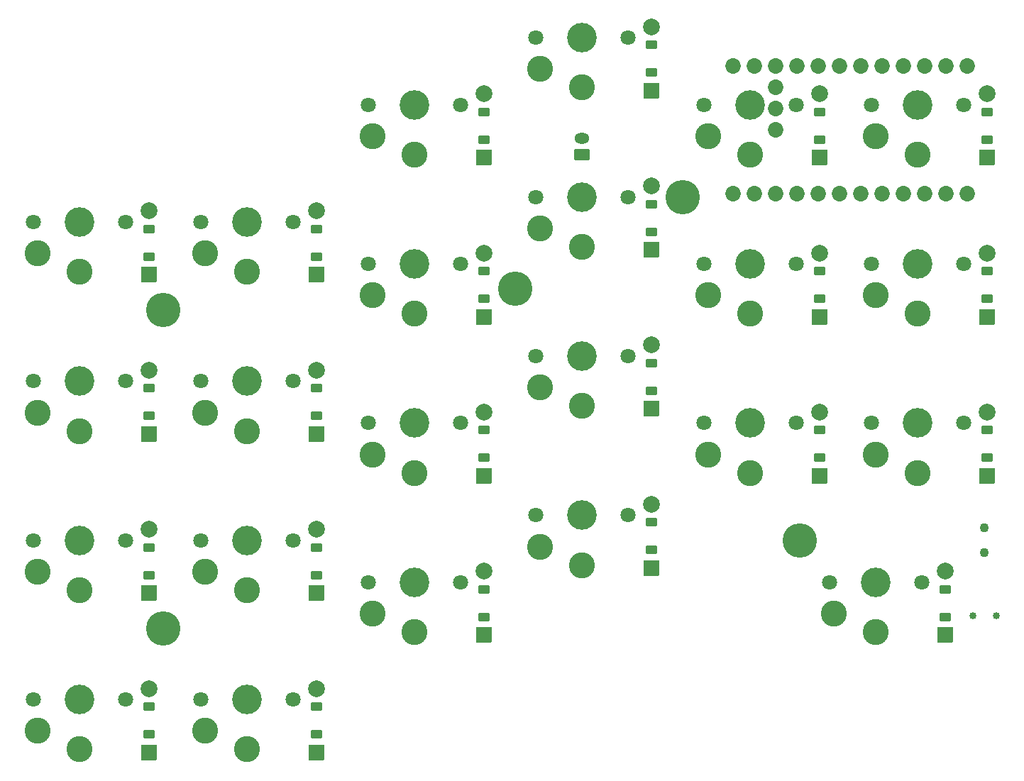
<source format=gbr>
%TF.GenerationSoftware,KiCad,Pcbnew,8.0.7*%
%TF.CreationDate,2025-01-04T23:43:43-07:00*%
%TF.ProjectId,left,6c656674-2e6b-4696-9361-645f70636258,v1.0.0*%
%TF.SameCoordinates,Original*%
%TF.FileFunction,Soldermask,Top*%
%TF.FilePolarity,Negative*%
%FSLAX46Y46*%
G04 Gerber Fmt 4.6, Leading zero omitted, Abs format (unit mm)*
G04 Created by KiCad (PCBNEW 8.0.7) date 2025-01-04 23:43:43*
%MOMM*%
%LPD*%
G01*
G04 APERTURE LIST*
G04 Aperture macros list*
%AMRoundRect*
0 Rectangle with rounded corners*
0 $1 Rounding radius*
0 $2 $3 $4 $5 $6 $7 $8 $9 X,Y pos of 4 corners*
0 Add a 4 corners polygon primitive as box body*
4,1,4,$2,$3,$4,$5,$6,$7,$8,$9,$2,$3,0*
0 Add four circle primitives for the rounded corners*
1,1,$1+$1,$2,$3*
1,1,$1+$1,$4,$5*
1,1,$1+$1,$6,$7*
1,1,$1+$1,$8,$9*
0 Add four rect primitives between the rounded corners*
20,1,$1+$1,$2,$3,$4,$5,0*
20,1,$1+$1,$4,$5,$6,$7,0*
20,1,$1+$1,$6,$7,$8,$9,0*
20,1,$1+$1,$8,$9,$2,$3,0*%
G04 Aperture macros list end*
%ADD10C,3.529000*%
%ADD11C,1.801800*%
%ADD12C,3.100000*%
%ADD13RoundRect,0.050000X0.600000X-0.450000X0.600000X0.450000X-0.600000X0.450000X-0.600000X-0.450000X0*%
%ADD14RoundRect,0.050000X0.889000X-0.889000X0.889000X0.889000X-0.889000X0.889000X-0.889000X-0.889000X0*%
%ADD15C,2.005000*%
%ADD16C,1.852600*%
%ADD17C,1.100000*%
%ADD18C,0.850000*%
%ADD19RoundRect,0.050000X0.850000X-0.600000X0.850000X0.600000X-0.850000X0.600000X-0.850000X-0.600000X0*%
%ADD20O,1.800000X1.300000*%
%ADD21C,4.100000*%
G04 APERTURE END LIST*
D10*
%TO.C,S1*%
X100000000Y-150000000D03*
D11*
X94500000Y-150000000D03*
X105500000Y-150000000D03*
D12*
X95000000Y-153750000D03*
X100000000Y-155950000D03*
%TD*%
D10*
%TO.C,S2*%
X100000000Y-131000000D03*
D11*
X94500000Y-131000000D03*
X105500000Y-131000000D03*
D12*
X95000000Y-134750000D03*
X100000000Y-136950000D03*
%TD*%
D10*
%TO.C,S3*%
X100000000Y-112000000D03*
D11*
X94500000Y-112000000D03*
X105500000Y-112000000D03*
D12*
X95000000Y-115750000D03*
X100000000Y-117950000D03*
%TD*%
D10*
%TO.C,S4*%
X100000000Y-93000000D03*
D11*
X94500000Y-93000000D03*
X105500000Y-93000000D03*
D12*
X95000000Y-96750000D03*
X100000000Y-98950000D03*
%TD*%
D10*
%TO.C,S5*%
X120000000Y-150000000D03*
D11*
X114500000Y-150000000D03*
X125500000Y-150000000D03*
D12*
X115000000Y-153750000D03*
X120000000Y-155950000D03*
%TD*%
D10*
%TO.C,S6*%
X120000000Y-131000000D03*
D11*
X114500000Y-131000000D03*
X125500000Y-131000000D03*
D12*
X115000000Y-134750000D03*
X120000000Y-136950000D03*
%TD*%
D10*
%TO.C,S7*%
X120000000Y-112000000D03*
D11*
X114500000Y-112000000D03*
X125500000Y-112000000D03*
D12*
X115000000Y-115750000D03*
X120000000Y-117950000D03*
%TD*%
D10*
%TO.C,S8*%
X120000000Y-93000000D03*
D11*
X114500000Y-93000000D03*
X125500000Y-93000000D03*
D12*
X115000000Y-96750000D03*
X120000000Y-98950000D03*
%TD*%
D10*
%TO.C,S9*%
X140000000Y-136000000D03*
D11*
X134500000Y-136000000D03*
X145500000Y-136000000D03*
D12*
X135000000Y-139750000D03*
X140000000Y-141950000D03*
%TD*%
D10*
%TO.C,S10*%
X140000000Y-117000000D03*
D11*
X134500000Y-117000000D03*
X145500000Y-117000000D03*
D12*
X135000000Y-120750000D03*
X140000000Y-122950000D03*
%TD*%
D10*
%TO.C,S11*%
X140000000Y-98000000D03*
D11*
X134500000Y-98000000D03*
X145500000Y-98000000D03*
D12*
X135000000Y-101750000D03*
X140000000Y-103950000D03*
%TD*%
D10*
%TO.C,S12*%
X140000000Y-79000000D03*
D11*
X134500000Y-79000000D03*
X145500000Y-79000000D03*
D12*
X135000000Y-82750000D03*
X140000000Y-84950000D03*
%TD*%
D10*
%TO.C,S13*%
X160000000Y-128000000D03*
D11*
X154500000Y-128000000D03*
X165500000Y-128000000D03*
D12*
X155000000Y-131750000D03*
X160000000Y-133950000D03*
%TD*%
D10*
%TO.C,S14*%
X160000000Y-109000000D03*
D11*
X154500000Y-109000000D03*
X165500000Y-109000000D03*
D12*
X155000000Y-112750000D03*
X160000000Y-114950000D03*
%TD*%
D10*
%TO.C,S15*%
X160000000Y-90000000D03*
D11*
X154500000Y-90000000D03*
X165500000Y-90000000D03*
D12*
X155000000Y-93750000D03*
X160000000Y-95950000D03*
%TD*%
D10*
%TO.C,S16*%
X160000000Y-71000000D03*
D11*
X154500000Y-71000000D03*
X165500000Y-71000000D03*
D12*
X155000000Y-74750000D03*
X160000000Y-76950000D03*
%TD*%
D10*
%TO.C,S17*%
X180000000Y-117000000D03*
D11*
X174500000Y-117000000D03*
X185500000Y-117000000D03*
D12*
X175000000Y-120750000D03*
X180000000Y-122950000D03*
%TD*%
D10*
%TO.C,S18*%
X180000000Y-98000000D03*
D11*
X174500000Y-98000000D03*
X185500000Y-98000000D03*
D12*
X175000000Y-101750000D03*
X180000000Y-103950000D03*
%TD*%
D10*
%TO.C,S19*%
X180000000Y-79000000D03*
D11*
X174500000Y-79000000D03*
X185500000Y-79000000D03*
D12*
X175000000Y-82750000D03*
X180000000Y-84950000D03*
%TD*%
D10*
%TO.C,S20*%
X200000000Y-117000000D03*
D11*
X194500000Y-117000000D03*
X205500000Y-117000000D03*
D12*
X195000000Y-120750000D03*
X200000000Y-122950000D03*
%TD*%
D10*
%TO.C,S21*%
X200000000Y-98000000D03*
D11*
X194500000Y-98000000D03*
X205500000Y-98000000D03*
D12*
X195000000Y-101750000D03*
X200000000Y-103950000D03*
%TD*%
D10*
%TO.C,S22*%
X200000000Y-79000000D03*
D11*
X194500000Y-79000000D03*
X205500000Y-79000000D03*
D12*
X195000000Y-82750000D03*
X200000000Y-84950000D03*
%TD*%
D10*
%TO.C,S23*%
X195000000Y-136000000D03*
D11*
X189500000Y-136000000D03*
X200500000Y-136000000D03*
D12*
X190000000Y-139750000D03*
X195000000Y-141950000D03*
%TD*%
D13*
%TO.C,D1*%
X108300000Y-154150000D03*
X108300000Y-150850000D03*
D14*
X108300000Y-156310000D03*
D15*
X108300000Y-148690000D03*
%TD*%
D13*
%TO.C,D2*%
X108300000Y-135150000D03*
X108300000Y-131850000D03*
D14*
X108300000Y-137310000D03*
D15*
X108300000Y-129690000D03*
%TD*%
D13*
%TO.C,D3*%
X108300000Y-116150000D03*
X108300000Y-112850000D03*
D14*
X108300000Y-118310000D03*
D15*
X108300000Y-110690000D03*
%TD*%
D13*
%TO.C,D4*%
X108300000Y-97150000D03*
X108300000Y-93850000D03*
D14*
X108300000Y-99310000D03*
D15*
X108300000Y-91690000D03*
%TD*%
D13*
%TO.C,D5*%
X128300000Y-154150000D03*
X128300000Y-150850000D03*
D14*
X128300000Y-156310000D03*
D15*
X128300000Y-148690000D03*
%TD*%
D13*
%TO.C,D6*%
X128300000Y-135150000D03*
X128300000Y-131850000D03*
D14*
X128300000Y-137310000D03*
D15*
X128300000Y-129690000D03*
%TD*%
D13*
%TO.C,D7*%
X128300000Y-116150000D03*
X128300000Y-112850000D03*
D14*
X128300000Y-118310000D03*
D15*
X128300000Y-110690000D03*
%TD*%
D13*
%TO.C,D8*%
X128300000Y-97150000D03*
X128300000Y-93850000D03*
D14*
X128300000Y-99310000D03*
D15*
X128300000Y-91690000D03*
%TD*%
D13*
%TO.C,D9*%
X148300000Y-140150000D03*
X148300000Y-136850000D03*
D14*
X148300000Y-142310000D03*
D15*
X148300000Y-134690000D03*
%TD*%
D13*
%TO.C,D10*%
X148300000Y-121150000D03*
X148300000Y-117850000D03*
D14*
X148300000Y-123310000D03*
D15*
X148300000Y-115690000D03*
%TD*%
D13*
%TO.C,D11*%
X148300000Y-102150000D03*
X148300000Y-98850000D03*
D14*
X148300000Y-104310000D03*
D15*
X148300000Y-96690000D03*
%TD*%
D13*
%TO.C,D12*%
X148300000Y-83150000D03*
X148300000Y-79850000D03*
D14*
X148300000Y-85310000D03*
D15*
X148300000Y-77690000D03*
%TD*%
D13*
%TO.C,D13*%
X168300000Y-132150000D03*
X168300000Y-128850000D03*
D14*
X168300000Y-134310000D03*
D15*
X168300000Y-126690000D03*
%TD*%
D13*
%TO.C,D14*%
X168300000Y-113150000D03*
X168300000Y-109850000D03*
D14*
X168300000Y-115310000D03*
D15*
X168300000Y-107690000D03*
%TD*%
D13*
%TO.C,D15*%
X168300000Y-94150000D03*
X168300000Y-90850000D03*
D14*
X168300000Y-96310000D03*
D15*
X168300000Y-88690000D03*
%TD*%
D13*
%TO.C,D16*%
X168300000Y-75150000D03*
X168300000Y-71850000D03*
D14*
X168300000Y-77310000D03*
D15*
X168300000Y-69690000D03*
%TD*%
D13*
%TO.C,D17*%
X188300000Y-121150000D03*
X188300000Y-117850000D03*
D14*
X188300000Y-123310000D03*
D15*
X188300000Y-115690000D03*
%TD*%
D13*
%TO.C,D18*%
X188300000Y-102150000D03*
X188300000Y-98850000D03*
D14*
X188300000Y-104310000D03*
D15*
X188300000Y-96690000D03*
%TD*%
D13*
%TO.C,D19*%
X188300000Y-83150000D03*
X188300000Y-79850000D03*
D14*
X188300000Y-85310000D03*
D15*
X188300000Y-77690000D03*
%TD*%
D13*
%TO.C,D20*%
X208300000Y-121150000D03*
X208300000Y-117850000D03*
D14*
X208300000Y-123310000D03*
D15*
X208300000Y-115690000D03*
%TD*%
D13*
%TO.C,D21*%
X208300000Y-102150000D03*
X208300000Y-98850000D03*
D14*
X208300000Y-104310000D03*
D15*
X208300000Y-96690000D03*
%TD*%
D13*
%TO.C,D22*%
X208300000Y-83150000D03*
X208300000Y-79850000D03*
D14*
X208300000Y-85310000D03*
D15*
X208300000Y-77690000D03*
%TD*%
D13*
%TO.C,D23*%
X203300000Y-140150000D03*
X203300000Y-136850000D03*
D14*
X203300000Y-142310000D03*
D15*
X203300000Y-134690000D03*
%TD*%
D16*
%TO.C,MCU1*%
X205970000Y-74380000D03*
X203430000Y-74380000D03*
X200890000Y-74380000D03*
X198350000Y-74380000D03*
X195810000Y-74380000D03*
X193270000Y-74380000D03*
X190730000Y-74380000D03*
X188190000Y-74380000D03*
X185650000Y-74380000D03*
X183110000Y-74380000D03*
X180570000Y-74380000D03*
X178030000Y-74380000D03*
X178030000Y-89620000D03*
X180570000Y-89620000D03*
X183110000Y-89620000D03*
X185650000Y-89620000D03*
X188190000Y-89620000D03*
X190730000Y-89620000D03*
X193270000Y-89620000D03*
X195810000Y-89620000D03*
X198350000Y-89620000D03*
X200890000Y-89620000D03*
X203430000Y-89620000D03*
X205970000Y-89620000D03*
X183110000Y-76920000D03*
X183110000Y-79460000D03*
X183110000Y-82000000D03*
%TD*%
D17*
%TO.C,T1*%
X208000000Y-132500000D03*
X208000000Y-129500000D03*
%TD*%
D18*
%TO.C,B1*%
X209375000Y-140000000D03*
X206625000Y-140000000D03*
%TD*%
D19*
%TO.C,JST1*%
X160000000Y-85000000D03*
D20*
X160000000Y-83000000D03*
%TD*%
D21*
%TO.C,*%
X110000000Y-141500000D03*
%TD*%
%TO.C,*%
X110000000Y-103500000D03*
%TD*%
%TO.C,*%
X152000000Y-101000000D03*
%TD*%
%TO.C,*%
X186000000Y-131000000D03*
%TD*%
%TO.C,*%
X172000000Y-90000000D03*
%TD*%
M02*

</source>
